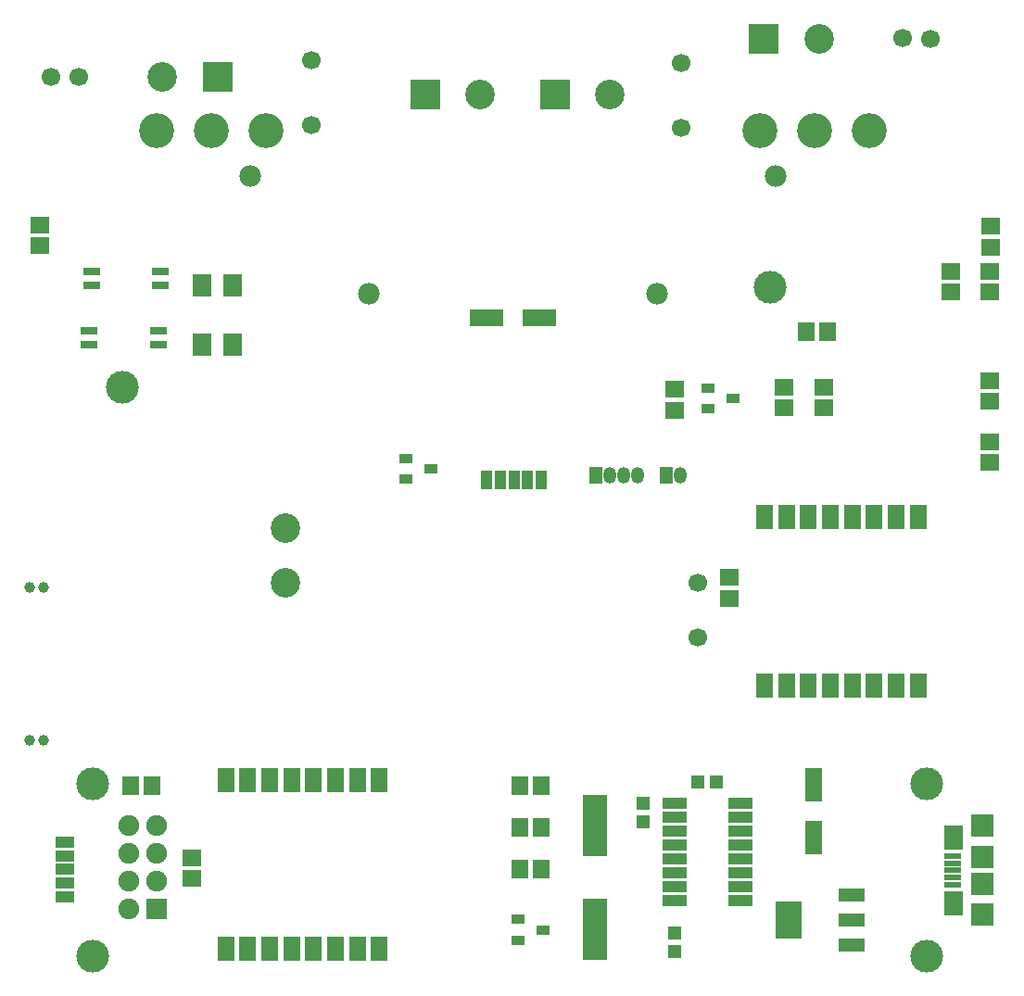
<source format=gts>
G04 DipTrace 2.4.0.2*
%INTopMask.gts*%
%MOMM*%
%ADD17C,1.0*%
%ADD42R,1.9X1.9*%
%ADD49R,1.6X0.8*%
%ADD51C,1.7*%
%ADD54C,3.0*%
%ADD63C,1.9*%
%ADD65R,1.8X1.0*%
%ADD66R,1.2X1.3*%
%ADD68R,2.2X5.7*%
%ADD70R,1.3X1.2*%
%ADD72R,1.6X3.05*%
%ADD74R,2.35X3.45*%
%ADD76R,2.35X1.15*%
%ADD78R,2.1X2.1*%
%ADD79R,1.8X2.3*%
%ADD81R,1.55X0.6*%
%ADD83R,2.2X1.0*%
%ADD85R,1.5X1.7*%
%ADD87O,1.2X1.5*%
%ADD89R,1.2X1.5*%
%ADD91R,1.8X2.0*%
%ADD93C,1.978*%
%ADD95C,1.978*%
%ADD97R,3.05X1.6*%
%ADD99R,1.0X1.8*%
%ADD101R,1.7X1.5*%
%ADD104R,1.25X0.85*%
%ADD106C,3.2*%
%ADD109C,2.7*%
%ADD111R,2.7X2.7*%
%ADD113R,1.5X2.2*%
%FSLAX53Y53*%
G04*
G71*
G90*
G75*
G01*
%LNTopMask*%
%LPD*%
D113*
X93000Y54040D3*
X91000D3*
X89000D3*
X87000D3*
X85000D3*
X83000D3*
X81000D3*
X79000D3*
Y38640D3*
X81000D3*
X83000D3*
X85000D3*
X87000D3*
X89000D3*
X91000D3*
X93000D3*
D111*
X29012Y94294D3*
D109*
X23932D3*
D51*
X16312Y94243D3*
X13772Y94294D3*
D111*
X78860Y97786D3*
D109*
X83940D3*
D51*
X91560Y97837D3*
X94100Y97786D3*
D109*
X35200Y48040D3*
Y53090D3*
D51*
X72900Y43040D3*
Y48040D3*
D106*
X23456Y89373D3*
X28456D3*
X33456D3*
X78543D3*
X83543D3*
X88543D3*
D104*
X73800Y65840D3*
Y63940D3*
X76100Y64890D3*
D49*
X23800Y75240D3*
X17500D3*
X23800Y76510D3*
X17500D3*
D111*
X48000Y92640D3*
D109*
X53000D3*
D101*
X70800Y63840D3*
Y65740D3*
D99*
X53600Y57440D3*
X54850D3*
X56100D3*
X57350D3*
X58600D3*
D101*
X96000Y74640D3*
Y76540D3*
X99600Y74640D3*
Y76540D3*
Y64640D3*
Y66540D3*
D97*
X53600Y72240D3*
X58404D3*
D101*
X99600Y59040D3*
Y60940D3*
D111*
X59810Y92706D3*
D109*
X64810D3*
D101*
X12800Y78840D3*
Y80740D3*
X99656Y78736D3*
Y80636D3*
D51*
X37600Y89840D3*
Y95780D3*
X71400Y89640D3*
Y95580D3*
D95*
X42800Y74440D3*
D93*
X32024Y85216D3*
D95*
X69200Y74440D3*
D93*
X79976Y85216D3*
D49*
X23600Y69840D3*
X17300D3*
X23600Y71110D3*
X17300D3*
D91*
X30400Y69840D3*
X27600D3*
D89*
X63600Y57840D3*
D87*
X64870D3*
X66140D3*
X67410D3*
D101*
X84400Y64040D3*
Y65940D3*
X80800Y64040D3*
Y65940D3*
D91*
X30400Y75240D3*
X27600D3*
D104*
X46200Y59440D3*
Y57540D3*
X48500Y58490D3*
D85*
X82800Y71040D3*
X84700D3*
D89*
X70000Y57840D3*
D87*
X71270D3*
D83*
X70765Y27932D3*
Y26662D3*
Y25392D3*
Y24122D3*
Y22852D3*
Y21582D3*
Y20312D3*
Y19042D3*
X76765D3*
Y20312D3*
Y21582D3*
Y22852D3*
Y24122D3*
Y25392D3*
Y26662D3*
Y27932D3*
D81*
X96168Y20470D3*
Y21120D3*
Y21770D3*
Y22420D3*
Y23070D3*
D79*
X96291Y18773D3*
Y24767D3*
D78*
X98868Y17710D3*
X98843Y25830D3*
Y20570D3*
Y22970D3*
D76*
X86960Y14913D3*
Y17213D3*
Y19513D3*
D74*
X81159Y17213D3*
D72*
X83467Y24756D3*
Y29560D3*
D70*
X74576Y29837D3*
X72876D3*
D68*
X63462Y25868D3*
Y16368D3*
D66*
X67907Y26185D3*
Y27885D3*
X70765Y16024D3*
Y14324D3*
D65*
X15038Y19358D3*
Y20608D3*
Y21858D3*
Y23108D3*
Y24358D3*
D42*
X23453Y18247D3*
D63*
X20913D3*
X23453Y20787D3*
X20913D3*
X23453Y23327D3*
X20913D3*
X23453Y25867D3*
X20913D3*
D104*
X56476Y17294D3*
Y15394D3*
X58776Y16344D3*
D101*
X75800Y48540D3*
Y46640D3*
D85*
X58540Y21899D3*
X56640D3*
X58540Y25709D3*
X56640D3*
X58540Y29519D3*
X56640D3*
D113*
X43775Y29996D3*
X41775D3*
X39775D3*
X37775D3*
X35775D3*
X33775D3*
X31775D3*
X29775D3*
Y14596D3*
X31775D3*
X33775D3*
X35775D3*
X37775D3*
X39775D3*
X41775D3*
X43775D3*
D101*
X26700Y22940D3*
Y21040D3*
D85*
X23000Y29540D3*
X21100D3*
D17*
X11863Y47619D3*
Y33647D3*
X13133Y47619D3*
Y33647D3*
D54*
X93786Y29678D3*
Y13960D3*
X20281Y65878D3*
X79495Y75085D3*
X17578Y29678D3*
Y13960D3*
M02*

</source>
